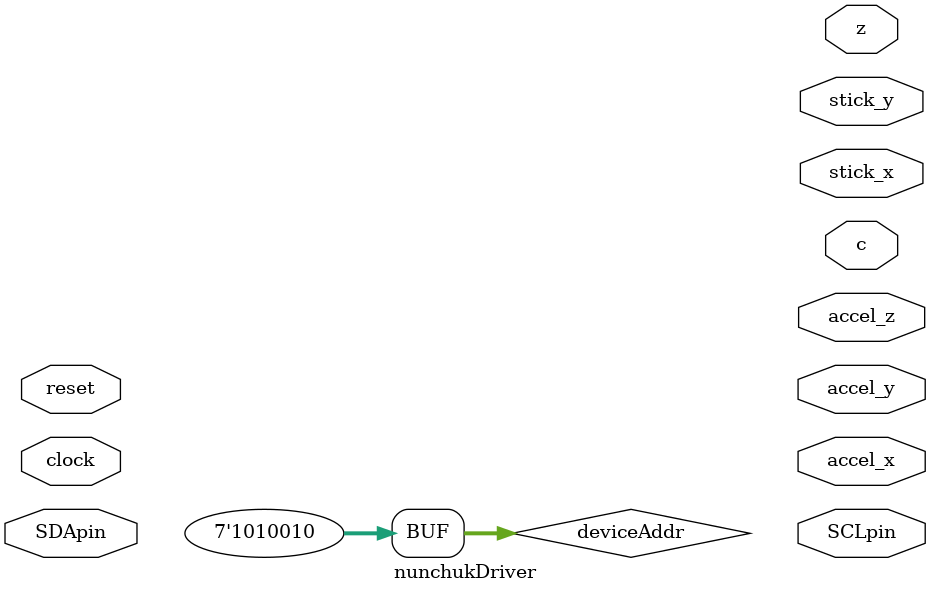
<source format=sv>
module nunchukDriver(clock, SDApin, SCLpin, stick_x, stick_y, accel_x, accel_y, accel_z, z, c, reset);
	input clock; //- 50MHz clock input
	inout SDApin; //- SDA pin
	output SCLpin; //- SCL output pin
	output [7:0] stick_x;
	output [7:0] stick_y;
	output [9:0] accel_x;
	output [9:0] accel_y;
	output [9:0] accel_z;
	output z;
	output c;
	//These are various width outputs (refer to the diagram above!) that contain the output values of the nunchuk
	input reset; // - reset pin
	////////////////////////
	wire polling_clock;
	wire i2c_clock;
	clockDivider #(100) polling_clock_generator(clock, polling_clock);
	i2c_clock_pll i2c_clock_generator(reset, clock, i2c_clock);
	////////////////////////////
	reg [6:0] deviceAddr = 7'h52;
	reg [7:0] addr;
	reg [2:0] numBytes;
	reg [5:0] dataIn;
	wire [5:0] dataOut;
	reg write;
	reg start;
	wire done;
	wire SCLpin;
	wire SDApin;
	//I2C UUT(i2c_clock, reset, deviceAddr, addr, numBytes, dataIn, dataOut, write, start, done, SCLpin, SDApin);
	localparam HANDSHAKE1 = 3'd0;
	localparam HANDSHAKE2 = 3'd1;
	localparam WRITE = 3'd2;
	localparam READ = 3'd3;
	localparam DONE = 3'd4;
	reg [2:0] current_state = HANDSHAKE1;
	reg [2:0] next_state = HANDSHAKE2;
	always_comb begin
		case (current_state)
			HANDSHAKE1: begin
				deviceAddr = 7'h52;
				addr = 8'hF0;
				dataIn[0] = 8'h55;
				numBytes = 1;
				write = 1;
				next_state = HANDSHAKE2;
			end
			HANDSHAKE2: begin
				deviceAddr = 7'h52;
				addr = 8'hFB;
				dataIn[0] = 8'h00;
				numBytes = 1;
				write = 1;
				next_state = WRITE;
			end
			WRITE: begin
				deviceAddr = 7'h52;
				addr = 8'h0;
				dataIn[0] = 8'h00;
				numBytes = 0;
				write = 1;
				next_state = READ;
			end
			READ: begin
				deviceAddr = 7'h52;
				addr = 8'h0;
				dataIn[0] = 8'h00;
				numBytes = 6;
				write = 0;
				next_state = DONE;				
			end
			DONE: begin
				deviceAddr = 7'h52;
				addr = 8'h0;
				dataIn[0] = 8'h00;
				numBytes = 0;
				write = 0;
				next_state = polling_clock == 1'b1 ? WRITE : DONE;	
			end
			default: begin
				deviceAddr = 7'h52;
				addr = 8'h0;
				dataIn[0] = 8'h00;
				numBytes = 0;
				write = 0;
				next_state = HANDSHAKE1;
				end
		endcase
	end
	always @ (posedge i2c_clock) begin
		current_state <= next_state;
		if(next_state == HANDSHAKE1 || next_state == HANDSHAKE2 || next_state == WRITE) begin
			start = 1'b1;
		end else if (done == 1'b1) begin 
			start = 1'b0;
		end else begin
			start = start;
		end
	end



endmodule
</source>
